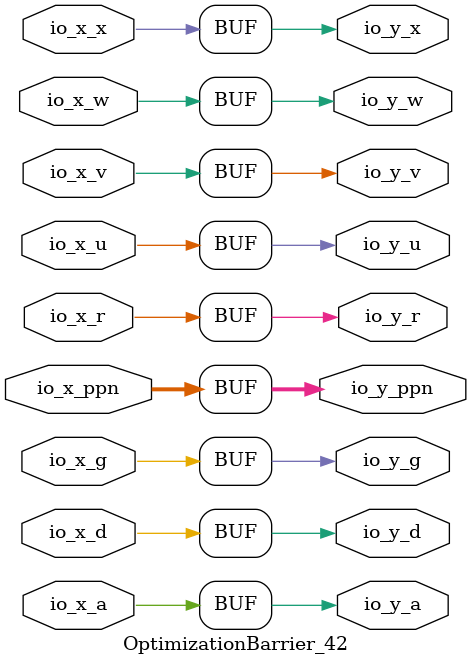
<source format=sv>
`ifndef RANDOMIZE
  `ifdef RANDOMIZE_REG_INIT
    `define RANDOMIZE
  `endif // RANDOMIZE_REG_INIT
`endif // not def RANDOMIZE
`ifndef RANDOMIZE
  `ifdef RANDOMIZE_MEM_INIT
    `define RANDOMIZE
  `endif // RANDOMIZE_MEM_INIT
`endif // not def RANDOMIZE

`ifndef RANDOM
  `define RANDOM $random
`endif // not def RANDOM

// Users can define 'PRINTF_COND' to add an extra gate to prints.
`ifndef PRINTF_COND_
  `ifdef PRINTF_COND
    `define PRINTF_COND_ (`PRINTF_COND)
  `else  // PRINTF_COND
    `define PRINTF_COND_ 1
  `endif // PRINTF_COND
`endif // not def PRINTF_COND_

// Users can define 'ASSERT_VERBOSE_COND' to add an extra gate to assert error printing.
`ifndef ASSERT_VERBOSE_COND_
  `ifdef ASSERT_VERBOSE_COND
    `define ASSERT_VERBOSE_COND_ (`ASSERT_VERBOSE_COND)
  `else  // ASSERT_VERBOSE_COND
    `define ASSERT_VERBOSE_COND_ 1
  `endif // ASSERT_VERBOSE_COND
`endif // not def ASSERT_VERBOSE_COND_

// Users can define 'STOP_COND' to add an extra gate to stop conditions.
`ifndef STOP_COND_
  `ifdef STOP_COND
    `define STOP_COND_ (`STOP_COND)
  `else  // STOP_COND
    `define STOP_COND_ 1
  `endif // STOP_COND
`endif // not def STOP_COND_

// Users can define INIT_RANDOM as general code that gets injected into the
// initializer block for modules with registers.
`ifndef INIT_RANDOM
  `define INIT_RANDOM
`endif // not def INIT_RANDOM

// If using random initialization, you can also define RANDOMIZE_DELAY to
// customize the delay used, otherwise 0.002 is used.
`ifndef RANDOMIZE_DELAY
  `define RANDOMIZE_DELAY 0.002
`endif // not def RANDOMIZE_DELAY

// Define INIT_RANDOM_PROLOG_ for use in our modules below.
`ifndef INIT_RANDOM_PROLOG_
  `ifdef RANDOMIZE
    `ifdef VERILATOR
      `define INIT_RANDOM_PROLOG_ `INIT_RANDOM
    `else  // VERILATOR
      `define INIT_RANDOM_PROLOG_ `INIT_RANDOM #`RANDOMIZE_DELAY begin end
    `endif // VERILATOR
  `else  // RANDOMIZE
    `define INIT_RANDOM_PROLOG_
  `endif // RANDOMIZE
`endif // not def INIT_RANDOM_PROLOG_

module OptimizationBarrier_42(
  input  [43:0] io_x_ppn,
  input         io_x_d,
                io_x_a,
                io_x_g,
                io_x_u,
                io_x_x,
                io_x_w,
                io_x_r,
                io_x_v,
  output [43:0] io_y_ppn,
  output        io_y_d,
                io_y_a,
                io_y_g,
                io_y_u,
                io_y_x,
                io_y_w,
                io_y_r,
                io_y_v
);

  assign io_y_ppn = io_x_ppn;
  assign io_y_d = io_x_d;
  assign io_y_a = io_x_a;
  assign io_y_g = io_x_g;
  assign io_y_u = io_x_u;
  assign io_y_x = io_x_x;
  assign io_y_w = io_x_w;
  assign io_y_r = io_x_r;
  assign io_y_v = io_x_v;
endmodule


</source>
